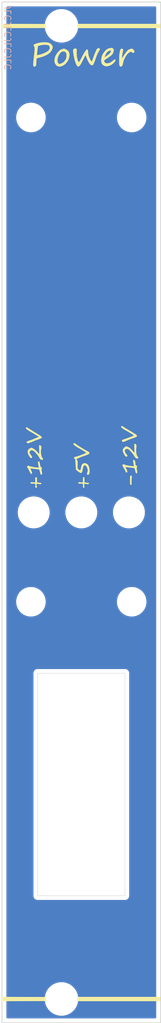
<source format=kicad_pcb>
(kicad_pcb (version 20171130) (host pcbnew "(5.1.10)-1")

  (general
    (thickness 1.6)
    (drawings 0)
    (tracks 0)
    (zones 0)
    (modules 10)
    (nets 1)
  )

  (page A4)
  (layers
    (0 F.Cu signal)
    (31 B.Cu signal)
    (32 B.Adhes user)
    (33 F.Adhes user)
    (34 B.Paste user)
    (35 F.Paste user)
    (36 B.SilkS user)
    (37 F.SilkS user)
    (38 B.Mask user)
    (39 F.Mask user)
    (40 Dwgs.User user hide)
    (41 Cmts.User user)
    (42 Eco1.User user)
    (43 Eco2.User user)
    (44 Edge.Cuts user)
    (45 Margin user)
    (46 B.CrtYd user)
    (47 F.CrtYd user)
    (48 B.Fab user)
    (49 F.Fab user)
  )

  (setup
    (last_trace_width 0.25)
    (trace_clearance 0.2)
    (zone_clearance 0.508)
    (zone_45_only no)
    (trace_min 0.2)
    (via_size 0.8)
    (via_drill 0.4)
    (via_min_size 0.4)
    (via_min_drill 0.3)
    (uvia_size 0.3)
    (uvia_drill 0.1)
    (uvias_allowed no)
    (uvia_min_size 0.2)
    (uvia_min_drill 0.1)
    (edge_width 0.05)
    (segment_width 0.2)
    (pcb_text_width 0.3)
    (pcb_text_size 1.5 1.5)
    (mod_edge_width 0.12)
    (mod_text_size 1 1)
    (mod_text_width 0.15)
    (pad_size 1.524 1.524)
    (pad_drill 0.762)
    (pad_to_mask_clearance 0)
    (aux_axis_origin 0 0)
    (visible_elements 7EFFFFFF)
    (pcbplotparams
      (layerselection 0x010f0_ffffffff)
      (usegerberextensions false)
      (usegerberattributes false)
      (usegerberadvancedattributes true)
      (creategerberjobfile false)
      (excludeedgelayer true)
      (linewidth 0.100000)
      (plotframeref false)
      (viasonmask false)
      (mode 1)
      (useauxorigin false)
      (hpglpennumber 1)
      (hpglpenspeed 20)
      (hpglpendiameter 15.000000)
      (psnegative false)
      (psa4output false)
      (plotreference true)
      (plotvalue true)
      (plotinvisibletext false)
      (padsonsilk false)
      (subtractmaskfromsilk false)
      (outputformat 1)
      (mirror false)
      (drillshape 0)
      (scaleselection 1)
      (outputdirectory "Gerber/"))
  )

  (net 0 "")

  (net_class Default "This is the default net class."
    (clearance 0.2)
    (trace_width 0.25)
    (via_dia 0.8)
    (via_drill 0.4)
    (uvia_dia 0.3)
    (uvia_drill 0.1)
  )

  (module "Power Module Front:KCD3" (layer F.Cu) (tedit 61344272) (tstamp 606A5080)
    (at 10 98.5)
    (fp_text reference REF** (at 6 0 90) (layer Dwgs.User) hide
      (effects (font (size 1 1) (thickness 0.15)))
    )
    (fp_text value KCD3 (at -6 0 90) (layer Dwgs.User) hide
      (effects (font (size 1 1) (thickness 0.15)))
    )
    (fp_line (start -5.5 -14) (end 5.5 -14) (layer Edge.Cuts) (width 0.05))
    (fp_line (start 5.5 -14) (end 5.5 14) (layer Edge.Cuts) (width 0.05))
    (fp_line (start 5.5 14) (end -5.5 14) (layer Edge.Cuts) (width 0.05))
    (fp_line (start -5.5 14) (end -5.5 -14) (layer Edge.Cuts) (width 0.05))
  )

  (module MountingHole:MountingHole_2.7mm (layer F.Cu) (tedit 56D1B4CB) (tstamp 606A5163)
    (at 16.35 75.5)
    (descr "Mounting Hole 2.7mm, no annular")
    (tags "mounting hole 2.7mm no annular")
    (attr virtual)
    (fp_text reference REF** (at 0 -3.7) (layer Dwgs.User) hide
      (effects (font (size 1 1) (thickness 0.15)))
    )
    (fp_text value MountingHole_2.7mm (at 0 3.7) (layer Dwgs.User) hide
      (effects (font (size 1 1) (thickness 0.15)))
    )
    (fp_circle (center 0 0) (end 2.7 0) (layer Cmts.User) (width 0.15))
    (fp_circle (center 0 0) (end 2.95 0) (layer F.CrtYd) (width 0.05))
    (fp_text user %R (at 0.3 0) (layer F.Fab)
      (effects (font (size 1 1) (thickness 0.15)))
    )
    (pad 1 np_thru_hole circle (at 0 0) (size 2.7 2.7) (drill 2.7) (layers *.Cu *.Mask))
  )

  (module MountingHole:MountingHole_2.7mm (layer F.Cu) (tedit 56D1B4CB) (tstamp 606A5155)
    (at 3.65 75.5)
    (descr "Mounting Hole 2.7mm, no annular")
    (tags "mounting hole 2.7mm no annular")
    (attr virtual)
    (fp_text reference REF** (at 0 -3.7) (layer Dwgs.User) hide
      (effects (font (size 1 1) (thickness 0.15)))
    )
    (fp_text value MountingHole_2.7mm (at 0 3.7) (layer Dwgs.User) hide
      (effects (font (size 1 1) (thickness 0.15)))
    )
    (fp_circle (center 0 0) (end 2.7 0) (layer Cmts.User) (width 0.15))
    (fp_circle (center 0 0) (end 2.95 0) (layer F.CrtYd) (width 0.05))
    (fp_text user %R (at 0.3 0) (layer F.Fab)
      (effects (font (size 1 1) (thickness 0.15)))
    )
    (pad 1 np_thru_hole circle (at 0 0) (size 2.7 2.7) (drill 2.7) (layers *.Cu *.Mask))
  )

  (module MountingHole:MountingHole_2.7mm (layer F.Cu) (tedit 56D1B4CB) (tstamp 606A5147)
    (at 16.35 14.54)
    (descr "Mounting Hole 2.7mm, no annular")
    (tags "mounting hole 2.7mm no annular")
    (attr virtual)
    (fp_text reference REF** (at 0 -3.7) (layer Dwgs.User) hide
      (effects (font (size 1 1) (thickness 0.15)))
    )
    (fp_text value MountingHole_2.7mm (at 0 3.7) (layer Dwgs.User) hide
      (effects (font (size 1 1) (thickness 0.15)))
    )
    (fp_circle (center 0 0) (end 2.7 0) (layer Cmts.User) (width 0.15))
    (fp_circle (center 0 0) (end 2.95 0) (layer F.CrtYd) (width 0.05))
    (fp_text user %R (at 0.3 0) (layer F.Fab)
      (effects (font (size 1 1) (thickness 0.15)))
    )
    (pad 1 np_thru_hole circle (at 0 0) (size 2.7 2.7) (drill 2.7) (layers *.Cu *.Mask))
  )

  (module MountingHole:MountingHole_2.7mm (layer F.Cu) (tedit 56D1B4CB) (tstamp 606A5110)
    (at 3.65 14.54)
    (descr "Mounting Hole 2.7mm, no annular")
    (tags "mounting hole 2.7mm no annular")
    (attr virtual)
    (fp_text reference REF** (at 0 -3.7) (layer Dwgs.User) hide
      (effects (font (size 1 1) (thickness 0.15)))
    )
    (fp_text value MountingHole_2.7mm (at 0 3.7) (layer Dwgs.User) hide
      (effects (font (size 1 1) (thickness 0.15)))
    )
    (fp_circle (center 0 0) (end 2.95 0) (layer F.CrtYd) (width 0.05))
    (fp_circle (center 0 0) (end 2.7 0) (layer Cmts.User) (width 0.15))
    (fp_text user %R (at 0.3 0) (layer F.Fab)
      (effects (font (size 1 1) (thickness 0.15)))
    )
    (pad 1 np_thru_hole circle (at 0 0) (size 2.7 2.7) (drill 2.7) (layers *.Cu *.Mask))
  )

  (module Frontpanels:LED_3mm (layer F.Cu) (tedit 5FEEF411) (tstamp 606A50E2)
    (at 16 64.25)
    (fp_text reference REF** (at 0 2.54) (layer F.SilkS) hide
      (effects (font (size 1 1) (thickness 0.15)))
    )
    (fp_text value LED_3mm (at 0 -2.54) (layer Dwgs.User) hide
      (effects (font (size 1 1) (thickness 0.15)))
    )
    (pad "" np_thru_hole circle (at 0 0) (size 3 3) (drill 3) (layers *.Cu *.Mask))
  )

  (module Frontpanels:LED_3mm (layer F.Cu) (tedit 5FEEF411) (tstamp 606A50DA)
    (at 10 64.25)
    (fp_text reference REF** (at 0 2.54) (layer F.SilkS) hide
      (effects (font (size 1 1) (thickness 0.15)))
    )
    (fp_text value LED_3mm (at 0 -2.54) (layer Dwgs.User) hide
      (effects (font (size 1 1) (thickness 0.15)))
    )
    (pad "" np_thru_hole circle (at 0 0) (size 3 3) (drill 3) (layers *.Cu *.Mask))
  )

  (module Frontpanels:LED_3mm (layer F.Cu) (tedit 5FEEF411) (tstamp 606A50BF)
    (at 4 64.25)
    (fp_text reference REF** (at 0 2.54) (layer F.SilkS) hide
      (effects (font (size 1 1) (thickness 0.15)))
    )
    (fp_text value LED_3mm (at 0 -2.54) (layer Dwgs.User) hide
      (effects (font (size 1 1) (thickness 0.15)))
    )
    (pad "" np_thru_hole circle (at 0 0) (size 3 3) (drill 3) (layers *.Cu *.Mask))
  )

  (module "Power Module Front:Front" (layer F.Cu) (tedit 6069EF9D) (tstamp 606A4EE4)
    (at 10 64.25)
    (fp_text reference G*** (at -26 0) (layer Dwgs.User) hide
      (effects (font (size 1.524 1.524) (thickness 0.3)))
    )
    (fp_text value LOGO (at 29.5 -5.5) (layer Dwgs.User) hide
      (effects (font (size 1.524 1.524) (thickness 0.3)))
    )
    (fp_poly (pts (xy 10.018889 -60.96) (xy -0.508 -60.96) (xy -0.508 -61.496222) (xy 10.018889 -61.496222)
      (xy 10.018889 -60.96)) (layer F.SilkS) (width 0.01))
    (fp_poly (pts (xy -7.231944 -61.489305) (xy -4.473222 -61.482111) (xy -4.473222 -60.974111) (xy -7.231944 -60.966916)
      (xy -9.990666 -60.959722) (xy -9.990666 -61.4965) (xy -7.231944 -61.489305)) (layer F.SilkS) (width 0.01))
    (fp_poly (pts (xy 3.85697 -58.468708) (xy 3.925879 -58.444369) (xy 3.951887 -58.42835) (xy 4.031466 -58.360517)
      (xy 4.077378 -58.283852) (xy 4.091101 -58.188243) (xy 4.074115 -58.063574) (xy 4.028786 -57.902485)
      (xy 3.991727 -57.79851) (xy 3.951294 -57.719967) (xy 3.894898 -57.648351) (xy 3.809949 -57.565157)
      (xy 3.781841 -57.539537) (xy 3.687167 -57.461314) (xy 3.559389 -57.365997) (xy 3.414215 -57.264835)
      (xy 3.267355 -57.169077) (xy 3.245556 -57.155506) (xy 3.093336 -57.059156) (xy 2.985544 -56.98315)
      (xy 2.917204 -56.920539) (xy 2.88334 -56.864369) (xy 2.878975 -56.807689) (xy 2.899132 -56.743548)
      (xy 2.919894 -56.700584) (xy 2.977749 -56.613472) (xy 3.05025 -56.560097) (xy 3.149813 -56.535239)
      (xy 3.288855 -56.533677) (xy 3.31346 -56.535102) (xy 3.429303 -56.548395) (xy 3.53502 -56.575922)
      (xy 3.641439 -56.623127) (xy 3.759384 -56.695456) (xy 3.899684 -56.798352) (xy 4.008581 -56.88468)
      (xy 4.121785 -56.971435) (xy 4.201681 -57.019873) (xy 4.254448 -57.03201) (xy 4.286266 -57.009861)
      (xy 4.298347 -56.979167) (xy 4.295378 -56.886644) (xy 4.248545 -56.778224) (xy 4.16535 -56.661414)
      (xy 4.053296 -56.543716) (xy 3.919885 -56.432635) (xy 3.772619 -56.335675) (xy 3.618999 -56.26034)
      (xy 3.557257 -56.237878) (xy 3.395648 -56.188793) (xy 3.271663 -56.160587) (xy 3.17118 -56.151596)
      (xy 3.080077 -56.160156) (xy 3.018928 -56.174417) (xy 2.865106 -56.235105) (xy 2.728984 -56.322927)
      (xy 2.626182 -56.426709) (xy 2.593245 -56.478937) (xy 2.53735 -56.611962) (xy 2.507594 -56.748547)
      (xy 2.502942 -56.902542) (xy 2.522356 -57.087799) (xy 2.539891 -57.191736) (xy 2.561458 -57.300323)
      (xy 2.935111 -57.300323) (xy 2.955795 -57.307055) (xy 3.011178 -57.341063) (xy 3.091255 -57.395161)
      (xy 3.186022 -57.462164) (xy 3.285473 -57.534886) (xy 3.379604 -57.606141) (xy 3.458411 -57.668744)
      (xy 3.508027 -57.711809) (xy 3.595061 -57.80583) (xy 3.667478 -57.905706) (xy 3.717717 -57.998632)
      (xy 3.738215 -58.0718) (xy 3.735152 -58.096453) (xy 3.70954 -58.127017) (xy 3.655446 -58.134076)
      (xy 3.606199 -58.12923) (xy 3.46417 -58.084494) (xy 3.326731 -57.994446) (xy 3.20884 -57.869257)
      (xy 3.194683 -57.849412) (xy 3.15586 -57.78489) (xy 3.106699 -57.692176) (xy 3.053826 -57.585283)
      (xy 3.003864 -57.478226) (xy 2.963438 -57.385016) (xy 2.939172 -57.319667) (xy 2.935111 -57.300323)
      (xy 2.561458 -57.300323) (xy 2.569357 -57.340087) (xy 2.599472 -57.453495) (xy 2.638072 -57.553)
      (xy 2.692991 -57.659645) (xy 2.751674 -57.760443) (xy 2.903279 -57.983987) (xy 3.068015 -58.165331)
      (xy 3.092763 -58.188154) (xy 3.19506 -58.276062) (xy 3.280083 -58.334714) (xy 3.369114 -58.376079)
      (xy 3.483436 -58.412124) (xy 3.49842 -58.416264) (xy 3.65474 -58.454962) (xy 3.770424 -58.472341)
      (xy 3.85697 -58.468708)) (layer F.SilkS) (width 0.01))
    (fp_poly (pts (xy 5.197149 -58.347241) (xy 5.251353 -58.313307) (xy 5.273125 -58.272926) (xy 5.272622 -58.203731)
      (xy 5.270803 -58.185059) (xy 5.255412 -58.078793) (xy 5.232533 -57.964016) (xy 5.226825 -57.940222)
      (xy 5.190045 -57.772234) (xy 5.16169 -57.600501) (xy 5.144115 -57.442796) (xy 5.139676 -57.316892)
      (xy 5.140929 -57.292026) (xy 5.150556 -57.165942) (xy 5.281708 -57.390804) (xy 5.404495 -57.58717)
      (xy 5.546783 -57.791971) (xy 5.69372 -57.984707) (xy 5.818964 -58.132344) (xy 5.916668 -58.218949)
      (xy 6.041126 -58.286842) (xy 6.116361 -58.316466) (xy 6.253931 -58.358869) (xy 6.358675 -58.369801)
      (xy 6.446032 -58.347054) (xy 6.531445 -58.288421) (xy 6.571715 -58.251338) (xy 6.66363 -58.139428)
      (xy 6.699901 -58.035897) (xy 6.68064 -57.940331) (xy 6.663226 -57.912) (xy 6.59563 -57.848301)
      (xy 6.518024 -57.836006) (xy 6.425201 -57.875161) (xy 6.370805 -57.914567) (xy 6.256406 -58.0065)
      (xy 6.112703 -57.930205) (xy 5.971035 -57.843643) (xy 5.85071 -57.741551) (xy 5.736528 -57.609604)
      (xy 5.660388 -57.503945) (xy 5.4751 -57.194051) (xy 5.342293 -56.883328) (xy 5.263673 -56.575799)
      (xy 5.261695 -56.563718) (xy 5.238538 -56.430943) (xy 5.216317 -56.339777) (xy 5.189788 -56.275724)
      (xy 5.153706 -56.22429) (xy 5.129217 -56.1975) (xy 5.041219 -56.127125) (xy 4.961514 -56.110912)
      (xy 4.884004 -56.148444) (xy 4.852086 -56.178585) (xy 4.829376 -56.204407) (xy 4.812199 -56.232305)
      (xy 4.799627 -56.270246) (xy 4.790733 -56.326196) (xy 4.78459 -56.408121) (xy 4.780269 -56.523989)
      (xy 4.776843 -56.681766) (xy 4.774037 -56.848863) (xy 4.772249 -57.096151) (xy 4.775089 -57.313785)
      (xy 4.782317 -57.49369) (xy 4.793696 -57.627791) (xy 4.797902 -57.658) (xy 4.817876 -57.789545)
      (xy 4.837104 -57.924949) (xy 4.850431 -58.026994) (xy 4.884302 -58.178805) (xy 4.941716 -58.289836)
      (xy 5.018397 -58.356139) (xy 5.110072 -58.373766) (xy 5.197149 -58.347241)) (layer F.SilkS) (width 0.01))
    (fp_poly (pts (xy 2.207358 -58.434746) (xy 2.282202 -58.40124) (xy 2.332342 -58.3469) (xy 2.342445 -58.307773)
      (xy 2.32838 -58.26289) (xy 2.290181 -58.182108) (xy 2.23384 -58.077259) (xy 2.171834 -57.970871)
      (xy 2.085072 -57.81757) (xy 2.008591 -57.65898) (xy 1.935253 -57.478858) (xy 1.857916 -57.26096)
      (xy 1.85182 -57.242836) (xy 1.778571 -57.031117) (xy 1.70574 -56.833019) (xy 1.636277 -56.65563)
      (xy 1.573133 -56.506037) (xy 1.519256 -56.391327) (xy 1.477598 -56.318586) (xy 1.458071 -56.296908)
      (xy 1.398427 -56.28582) (xy 1.311574 -56.298717) (xy 1.218731 -56.330588) (xy 1.14978 -56.369716)
      (xy 1.064729 -56.454764) (xy 0.969915 -56.589505) (xy 0.868458 -56.768678) (xy 0.763474 -56.98702)
      (xy 0.708441 -57.114491) (xy 0.65498 -57.244805) (xy 0.610507 -57.357104) (xy 0.579109 -57.440777)
      (xy 0.564873 -57.48521) (xy 0.564445 -57.488435) (xy 0.54766 -57.515162) (xy 0.509281 -57.503501)
      (xy 0.484349 -57.480063) (xy 0.463288 -57.444899) (xy 0.421314 -57.366922) (xy 0.362477 -57.253942)
      (xy 0.290826 -57.113773) (xy 0.210408 -56.954225) (xy 0.172599 -56.878512) (xy 0.070232 -56.675745)
      (xy -0.013054 -56.517795) (xy -0.081234 -56.397956) (xy -0.138281 -56.309525) (xy -0.188168 -56.245794)
      (xy -0.223708 -56.209782) (xy -0.315106 -56.137723) (xy -0.386758 -56.111117) (xy -0.450827 -56.128856)
      (xy -0.513527 -56.183389) (xy -0.591348 -56.292534) (xy -0.669801 -56.450788) (xy -0.746743 -56.650884)
      (xy -0.820031 -56.885555) (xy -0.88752 -57.147533) (xy -0.947067 -57.429551) (xy -0.996529 -57.724343)
      (xy -1.020025 -57.900585) (xy -1.034978 -58.030123) (xy -1.041771 -58.117166) (xy -1.039308 -58.175219)
      (xy -1.026492 -58.217786) (xy -1.002225 -58.258373) (xy -0.989486 -58.276489) (xy -0.898531 -58.368403)
      (xy -0.797948 -58.407274) (xy -0.693894 -58.392077) (xy -0.611268 -58.339411) (xy -0.587382 -58.312477)
      (xy -0.573753 -58.275261) (xy -0.569127 -58.21549) (xy -0.572251 -58.120892) (xy -0.578804 -58.021414)
      (xy -0.584497 -57.822488) (xy -0.575832 -57.610169) (xy -0.554626 -57.396262) (xy -0.522696 -57.192571)
      (xy -0.48186 -57.0109) (xy -0.433934 -56.863053) (xy -0.385885 -56.76814) (xy -0.320035 -56.671234)
      (xy -0.247984 -56.748339) (xy -0.211284 -56.799124) (xy -0.155798 -56.890341) (xy -0.087408 -57.011654)
      (xy -0.011996 -57.152728) (xy 0.0411 -57.256274) (xy 0.138723 -57.443703) (xy 0.240352 -57.627546)
      (xy 0.341701 -57.801079) (xy 0.438487 -57.95758) (xy 0.526424 -58.090326) (xy 0.601228 -58.192592)
      (xy 0.658613 -58.257657) (xy 0.692826 -58.278889) (xy 0.754152 -58.272306) (xy 0.796877 -58.246565)
      (xy 0.825419 -58.192672) (xy 0.8442 -58.101636) (xy 0.857637 -57.964466) (xy 0.859423 -57.939958)
      (xy 0.874024 -57.792978) (xy 0.895823 -57.643079) (xy 0.921018 -57.514801) (xy 0.931639 -57.473486)
      (xy 0.975132 -57.342575) (xy 1.030856 -57.205422) (xy 1.09339 -57.07226) (xy 1.157311 -56.953325)
      (xy 1.217197 -56.858852) (xy 1.267625 -56.799074) (xy 1.2974 -56.783111) (xy 1.323803 -56.806313)
      (xy 1.360963 -56.863565) (xy 1.399109 -56.936337) (xy 1.428471 -57.006099) (xy 1.439334 -57.052322)
      (xy 1.449418 -57.092263) (xy 1.477648 -57.176221) (xy 1.520986 -57.295891) (xy 1.576395 -57.442971)
      (xy 1.640838 -57.609158) (xy 1.670194 -57.683479) (xy 1.75853 -57.901878) (xy 1.832124 -58.072962)
      (xy 1.894647 -58.202773) (xy 1.949771 -58.297353) (xy 2.001166 -58.362742) (xy 2.052506 -58.404983)
      (xy 2.10746 -58.430118) (xy 2.127367 -58.435777) (xy 2.207358 -58.434746)) (layer F.SilkS) (width 0.01))
    (fp_poly (pts (xy -2.014594 -58.323063) (xy -1.819046 -58.22825) (xy -1.670027 -58.103007) (xy -1.568555 -57.948218)
      (xy -1.558966 -57.926111) (xy -1.510788 -57.788149) (xy -1.487676 -57.659237) (xy -1.489179 -57.522524)
      (xy -1.514847 -57.361162) (xy -1.540843 -57.248777) (xy -1.581982 -57.098257) (xy -1.625596 -56.979795)
      (xy -1.682255 -56.869593) (xy -1.762533 -56.74385) (xy -1.770105 -56.732681) (xy -1.952015 -56.505224)
      (xy -2.152481 -56.330868) (xy -2.37199 -56.209239) (xy -2.519128 -56.159816) (xy -2.63658 -56.130354)
      (xy -2.71831 -56.115019) (xy -2.783051 -56.113076) (xy -2.849534 -56.12379) (xy -2.926991 -56.143826)
      (xy -3.063222 -56.208195) (xy -3.186207 -56.316592) (xy -3.287357 -56.456795) (xy -3.358084 -56.616581)
      (xy -3.3898 -56.783727) (xy -3.390574 -56.803599) (xy -3.387739 -56.862769) (xy -3.005108 -56.862769)
      (xy -2.990043 -56.744099) (xy -2.950863 -56.632634) (xy -2.89337 -56.536696) (xy -2.827574 -56.469546)
      (xy -2.763858 -56.444444) (xy -2.714844 -56.453947) (xy -2.63088 -56.478949) (xy -2.529501 -56.514192)
      (xy -2.522193 -56.516911) (xy -2.334569 -56.609697) (xy -2.175891 -56.739914) (xy -2.03788 -56.915082)
      (xy -1.981937 -57.00768) (xy -1.930381 -57.105128) (xy -1.898373 -57.186882) (xy -1.880204 -57.274498)
      (xy -1.870169 -57.389529) (xy -1.867547 -57.439742) (xy -1.868809 -57.627889) (xy -1.894713 -57.771875)
      (xy -1.947912 -57.879521) (xy -2.031055 -57.958651) (xy -2.04689 -57.968926) (xy -2.168481 -58.014328)
      (xy -2.309928 -58.021197) (xy -2.449429 -57.989083) (xy -2.475599 -57.977743) (xy -2.592712 -57.895268)
      (xy -2.704038 -57.76792) (xy -2.804756 -57.60726) (xy -2.890044 -57.424853) (xy -2.95508 -57.23226)
      (xy -2.995042 -57.041044) (xy -3.005108 -56.862769) (xy -3.387739 -56.862769) (xy -3.386129 -56.896344)
      (xy -3.371714 -57.020299) (xy -3.350217 -57.151712) (xy -3.345035 -57.178222) (xy -3.312838 -57.313981)
      (xy -3.272022 -57.428917) (xy -3.213003 -57.546073) (xy -3.145541 -57.658) (xy -3.05583 -57.78831)
      (xy -2.94963 -57.924588) (xy -2.845881 -58.042944) (xy -2.816643 -58.072788) (xy -2.718731 -58.164463)
      (xy -2.636503 -58.226283) (xy -2.548836 -58.271183) (xy -2.434603 -58.3121) (xy -2.416336 -58.317916)
      (xy -2.193894 -58.388145) (xy -2.014594 -58.323063)) (layer F.SilkS) (width 0.01))
    (fp_poly (pts (xy -4.340798 -59.164478) (xy -4.141145 -59.125625) (xy -4.131655 -59.122864) (xy -4.012277 -59.083047)
      (xy -3.925529 -59.039505) (xy -3.848501 -58.978456) (xy -3.78422 -58.913832) (xy -3.680441 -58.790829)
      (xy -3.621601 -58.680692) (xy -3.604114 -58.567461) (xy -3.624388 -58.435177) (xy -3.654388 -58.33648)
      (xy -3.756844 -58.117059) (xy -3.908074 -57.92042) (xy -4.110291 -57.743895) (xy -4.193707 -57.686249)
      (xy -4.42369 -57.554724) (xy -4.688058 -57.434364) (xy -4.964796 -57.334131) (xy -5.231888 -57.262987)
      (xy -5.235222 -57.262288) (xy -5.397491 -57.223789) (xy -5.525523 -57.183921) (xy -5.611791 -57.145389)
      (xy -5.647512 -57.114071) (xy -5.649685 -57.085185) (xy -5.653662 -57.009727) (xy -5.658968 -56.897525)
      (xy -5.665131 -56.758407) (xy -5.668678 -56.674826) (xy -5.675855 -56.509947) (xy -5.682617 -56.39183)
      (xy -5.690838 -56.310842) (xy -5.702388 -56.257348) (xy -5.719137 -56.221712) (xy -5.742958 -56.194301)
      (xy -5.765962 -56.173882) (xy -5.851121 -56.121909) (xy -5.933285 -56.107407) (xy -5.996585 -56.13256)
      (xy -6.004423 -56.141055) (xy -6.029611 -56.176562) (xy -6.048774 -56.216605) (xy -6.061783 -56.267051)
      (xy -6.068506 -56.333767) (xy -6.068813 -56.422617) (xy -6.062575 -56.539469) (xy -6.04966 -56.690189)
      (xy -6.029938 -56.880642) (xy -6.003279 -57.116696) (xy -5.977915 -57.333444) (xy -5.953398 -57.549901)
      (xy -5.947467 -57.606709) (xy -5.588403 -57.606709) (xy -5.577239 -57.558873) (xy -5.538803 -57.555322)
      (xy -5.538611 -57.555376) (xy -5.485127 -57.568281) (xy -5.397652 -57.587165) (xy -5.319889 -57.60299)
      (xy -5.105117 -57.656789) (xy -4.879003 -57.733051) (xy -4.655222 -57.825631) (xy -4.447453 -57.928385)
      (xy -4.26937 -58.035167) (xy -4.14381 -58.131412) (xy -4.053256 -58.241185) (xy -3.997849 -58.367313)
      (xy -3.977945 -58.497741) (xy -3.993903 -58.620413) (xy -4.046079 -58.723276) (xy -4.12431 -58.788957)
      (xy -4.180275 -58.808913) (xy -4.272427 -58.831992) (xy -4.381085 -58.853281) (xy -4.383918 -58.853761)
      (xy -4.58782 -58.868967) (xy -4.826928 -58.853894) (xy -5.089589 -58.809729) (xy -5.280135 -58.762446)
      (xy -5.461 -58.711694) (xy -5.481068 -58.587014) (xy -5.493274 -58.501802) (xy -5.50854 -58.381478)
      (xy -5.525502 -58.238482) (xy -5.5428 -58.085254) (xy -5.55907 -57.934234) (xy -5.572952 -57.79786)
      (xy -5.583083 -57.688574) (xy -5.588101 -57.618815) (xy -5.588403 -57.606709) (xy -5.947467 -57.606709)
      (xy -5.931283 -57.761708) (xy -5.912537 -57.958257) (xy -5.898127 -58.128944) (xy -5.889018 -58.26316)
      (xy -5.886172 -58.340041) (xy -5.886912 -58.462487) (xy -5.89328 -58.543126) (xy -5.908151 -58.596525)
      (xy -5.934404 -58.637255) (xy -5.947833 -58.652304) (xy -5.99314 -58.723207) (xy -6.011333 -58.795113)
      (xy -6.003885 -58.843231) (xy -5.976378 -58.884165) (xy -5.921066 -58.922668) (xy -5.830202 -58.963493)
      (xy -5.696042 -59.011394) (xy -5.616222 -59.037576) (xy -5.370161 -59.103137) (xy -5.105795 -59.149401)
      (xy -4.836917 -59.175574) (xy -4.57732 -59.180864) (xy -4.340798 -59.164478)) (layer F.SilkS) (width 0.01))
    (fp_poly (pts (xy 5.142636 -10.863161) (xy 5.233636 -10.819176) (xy 5.35923 -10.742933) (xy 5.433786 -10.69425)
      (xy 5.578234 -10.601028) (xy 5.750998 -10.493349) (xy 5.931038 -10.384137) (xy 6.097311 -10.286316)
      (xy 6.10728 -10.28058) (xy 6.247571 -10.199161) (xy 6.379952 -10.120837) (xy 6.492134 -10.05298)
      (xy 6.571828 -10.002967) (xy 6.589889 -9.990962) (xy 6.690785 -9.92697) (xy 6.800216 -9.86461)
      (xy 6.824857 -9.851755) (xy 6.920492 -9.786115) (xy 6.984781 -9.707876) (xy 7.012067 -9.628428)
      (xy 6.996691 -9.559163) (xy 6.98006 -9.539319) (xy 6.929511 -9.508115) (xy 6.836743 -9.465094)
      (xy 6.713527 -9.414911) (xy 6.571631 -9.36222) (xy 6.422825 -9.311675) (xy 6.335889 -9.284547)
      (xy 6.254379 -9.256469) (xy 6.143677 -9.213724) (xy 6.026006 -9.164936) (xy 6.011334 -9.15859)
      (xy 5.786244 -9.061409) (xy 5.599014 -8.982073) (xy 5.452769 -8.921859) (xy 5.350637 -8.882048)
      (xy 5.295745 -8.863919) (xy 5.288627 -8.862907) (xy 5.247934 -8.87612) (xy 5.185834 -8.906142)
      (xy 5.121702 -8.964192) (xy 5.108222 -9.017327) (xy 5.12912 -9.074219) (xy 5.194211 -9.128561)
      (xy 5.307097 -9.182345) (xy 5.471376 -9.237561) (xy 5.544005 -9.258231) (xy 5.629308 -9.284941)
      (xy 5.750948 -9.327357) (xy 5.897194 -9.380939) (xy 6.056318 -9.441151) (xy 6.216588 -9.503454)
      (xy 6.366275 -9.563312) (xy 6.493649 -9.616186) (xy 6.586981 -9.657539) (xy 6.623076 -9.675664)
      (xy 6.61084 -9.695054) (xy 6.55697 -9.73778) (xy 6.468873 -9.799233) (xy 6.353952 -9.874802)
      (xy 6.219615 -9.959874) (xy 6.073266 -10.049839) (xy 5.922311 -10.140086) (xy 5.774156 -10.226003)
      (xy 5.636205 -10.30298) (xy 5.515866 -10.366406) (xy 5.504792 -10.371973) (xy 5.385405 -10.438618)
      (xy 5.264185 -10.517924) (xy 5.154797 -10.599797) (xy 5.070906 -10.674145) (xy 5.031069 -10.721854)
      (xy 5.009842 -10.783516) (xy 5.012509 -10.821032) (xy 5.038542 -10.862142) (xy 5.079761 -10.876834)
      (xy 5.142636 -10.863161)) (layer F.SilkS) (width 0.01))
    (fp_poly (pts (xy -6.857104 -10.709789) (xy -6.790154 -10.669496) (xy -6.693862 -10.609077) (xy -6.577093 -10.53404)
      (xy -6.52707 -10.501449) (xy -6.37477 -10.403145) (xy -6.193953 -10.288458) (xy -6.004573 -10.169935)
      (xy -5.826581 -10.06012) (xy -5.781218 -10.032469) (xy -5.630769 -9.94093) (xy -5.48284 -9.850687)
      (xy -5.350381 -9.769657) (xy -5.246344 -9.705756) (xy -5.207 -9.681444) (xy -5.097073 -9.602078)
      (xy -5.018615 -9.522659) (xy -4.978139 -9.451396) (xy -4.981624 -9.397349) (xy -5.025297 -9.360557)
      (xy -5.112764 -9.31262) (xy -5.233655 -9.258275) (xy -5.377599 -9.202255) (xy -5.503333 -9.159111)
      (xy -5.641813 -9.111769) (xy -5.787275 -9.057823) (xy -5.911359 -9.007851) (xy -5.926666 -9.001224)
      (xy -6.02068 -8.961187) (xy -6.138176 -8.912906) (xy -6.268079 -8.860715) (xy -6.399315 -8.808951)
      (xy -6.520807 -8.761946) (xy -6.621482 -8.724038) (xy -6.690264 -8.69956) (xy -6.71526 -8.69255)
      (xy -6.747281 -8.705986) (xy -6.80707 -8.739197) (xy -6.824646 -8.749749) (xy -6.892461 -8.808307)
      (xy -6.905215 -8.865132) (xy -6.862804 -8.916276) (xy -6.829578 -8.934626) (xy -6.770924 -8.958051)
      (xy -6.675708 -8.992298) (xy -6.561203 -9.031223) (xy -6.519333 -9.044956) (xy -6.419029 -9.079737)
      (xy -6.290249 -9.127664) (xy -6.142528 -9.184829) (xy -5.985404 -9.247326) (xy -5.828414 -9.311249)
      (xy -5.681093 -9.372691) (xy -5.552979 -9.427747) (xy -5.453608 -9.472509) (xy -5.392517 -9.503073)
      (xy -5.379095 -9.512007) (xy -5.38309 -9.538593) (xy -5.431196 -9.570101) (xy -5.43554 -9.572034)
      (xy -5.493682 -9.602681) (xy -5.584063 -9.656416) (xy -5.692298 -9.724511) (xy -5.763187 -9.770861)
      (xy -5.891978 -9.853055) (xy -6.048778 -9.948161) (xy -6.21154 -10.043013) (xy -6.327632 -10.107906)
      (xy -6.557871 -10.238805) (xy -6.736721 -10.352511) (xy -6.866097 -10.450392) (xy -6.947913 -10.53382)
      (xy -6.97012 -10.567749) (xy -6.995577 -10.624831) (xy -6.988057 -10.658797) (xy -6.957671 -10.684948)
      (xy -6.908788 -10.715783) (xy -6.885847 -10.724444) (xy -6.857104 -10.709789)) (layer F.SilkS) (width 0.01))
    (fp_poly (pts (xy 6.812389 -8.61933) (xy 6.878138 -8.568332) (xy 6.928426 -8.484995) (xy 6.957159 -8.381325)
      (xy 6.958244 -8.269327) (xy 6.946463 -8.213781) (xy 6.932929 -8.141874) (xy 6.921337 -8.031815)
      (xy 6.913374 -7.901897) (xy 6.91121 -7.831666) (xy 6.917191 -7.599892) (xy 6.943303 -7.39467)
      (xy 6.987753 -7.223977) (xy 7.04875 -7.095793) (xy 7.087345 -7.047646) (xy 7.150975 -6.959722)
      (xy 7.168445 -6.86994) (xy 7.167096 -6.817154) (xy 7.15474 -6.788804) (xy 7.118916 -6.779859)
      (xy 7.047159 -6.78529) (xy 6.979393 -6.793641) (xy 6.884321 -6.832529) (xy 6.786339 -6.923455)
      (xy 6.689252 -7.062415) (xy 6.642404 -7.148319) (xy 6.587161 -7.239157) (xy 6.502673 -7.356509)
      (xy 6.399638 -7.487535) (xy 6.288749 -7.619392) (xy 6.180702 -7.739239) (xy 6.086193 -7.834232)
      (xy 6.033803 -7.879076) (xy 5.893313 -7.963387) (xy 5.763063 -7.999055) (xy 5.648323 -7.985887)
      (xy 5.554363 -7.923687) (xy 5.532547 -7.897527) (xy 5.492347 -7.828156) (xy 5.483146 -7.756073)
      (xy 5.490323 -7.69581) (xy 5.512344 -7.594122) (xy 5.546345 -7.512293) (xy 5.603023 -7.430168)
      (xy 5.675717 -7.346501) (xy 5.751668 -7.249276) (xy 5.798288 -7.160173) (xy 5.811032 -7.090111)
      (xy 5.796189 -7.057133) (xy 5.717533 -7.018045) (xy 5.63171 -7.022785) (xy 5.568416 -7.063175)
      (xy 5.462501 -7.201185) (xy 5.363777 -7.365529) (xy 5.285719 -7.532097) (xy 5.253299 -7.627033)
      (xy 5.226821 -7.73238) (xy 5.218012 -7.805842) (xy 5.225972 -7.868836) (xy 5.241066 -7.918247)
      (xy 5.310159 -8.047188) (xy 5.418622 -8.168089) (xy 5.550209 -8.263279) (xy 5.566073 -8.27177)
      (xy 5.671146 -8.325926) (xy 5.862406 -8.249797) (xy 5.968141 -8.201862) (xy 6.061871 -8.143597)
      (xy 6.159773 -8.063444) (xy 6.267535 -7.960333) (xy 6.370386 -7.855708) (xy 6.470934 -7.749955)
      (xy 6.554297 -7.658877) (xy 6.588071 -7.62) (xy 6.694739 -7.493) (xy 6.682725 -8.051139)
      (xy 6.670711 -8.609279) (xy 6.73727 -8.625984) (xy 6.812389 -8.61933)) (layer F.SilkS) (width 0.01))
    (fp_poly (pts (xy -5.18282 -8.449629) (xy -5.119483 -8.397739) (xy -5.069098 -8.314388) (xy -5.037302 -8.212056)
      (xy -5.029731 -8.103222) (xy -5.049673 -8.00631) (xy -5.082504 -7.876437) (xy -5.096793 -7.71852)
      (xy -5.094246 -7.544359) (xy -5.076573 -7.365751) (xy -5.045481 -7.194496) (xy -5.002679 -7.042393)
      (xy -4.949875 -6.921239) (xy -4.888776 -6.842835) (xy -4.880296 -6.836385) (xy -4.836949 -6.781909)
      (xy -4.831469 -6.707122) (xy -4.846516 -6.642806) (xy -4.884021 -6.617197) (xy -4.910666 -6.613807)
      (xy -4.995327 -6.617586) (xy -5.055172 -6.627918) (xy -5.143899 -6.677357) (xy -5.236508 -6.781815)
      (xy -5.331964 -6.940081) (xy -5.347719 -6.970889) (xy -5.401564 -7.068181) (xy -5.458156 -7.154848)
      (xy -5.49151 -7.196666) (xy -5.540706 -7.251513) (xy -5.612426 -7.334222) (xy -5.693183 -7.429195)
      (xy -5.713962 -7.453931) (xy -5.8656 -7.61724) (xy -6.006696 -7.730882) (xy -6.142977 -7.799238)
      (xy -6.180666 -7.810757) (xy -6.299158 -7.821725) (xy -6.396643 -7.783613) (xy -6.478577 -7.693596)
      (xy -6.509157 -7.640612) (xy -6.531086 -7.58759) (xy -6.531371 -7.537962) (xy -6.508173 -7.469456)
      (xy -6.491892 -7.431747) (xy -6.437545 -7.333485) (xy -6.36338 -7.228508) (xy -6.321512 -7.178999)
      (xy -6.249782 -7.09064) (xy -6.215493 -7.016644) (xy -6.208889 -6.960468) (xy -6.216612 -6.891197)
      (xy -6.248349 -6.857127) (xy -6.282144 -6.845733) (xy -6.330551 -6.838934) (xy -6.373423 -6.850526)
      (xy -6.419611 -6.887741) (xy -6.477967 -6.957809) (xy -6.557345 -7.067962) (xy -6.561552 -7.073976)
      (xy -6.651121 -7.225793) (xy -6.718511 -7.387525) (xy -6.758556 -7.543185) (xy -6.766092 -7.67679)
      (xy -6.763377 -7.698642) (xy -6.711598 -7.849414) (xy -6.609691 -7.974758) (xy -6.469501 -8.068265)
      (xy -6.312663 -8.147571) (xy -6.127258 -8.074286) (xy -5.971283 -7.990901) (xy -5.797824 -7.856871)
      (xy -5.606016 -7.671452) (xy -5.421019 -7.464777) (xy -5.30131 -7.323666) (xy -5.312522 -7.881806)
      (xy -5.323734 -8.439945) (xy -5.253475 -8.457579) (xy -5.18282 -8.449629)) (layer F.SilkS) (width 0.01))
    (fp_poly (pts (xy 6.695892 -6.575306) (xy 6.750654 -6.495243) (xy 6.791535 -6.365044) (xy 6.815446 -6.205949)
      (xy 6.829639 -6.070941) (xy 6.84305 -5.982463) (xy 6.859239 -5.930768) (xy 6.881769 -5.90611)
      (xy 6.914201 -5.898742) (xy 6.927815 -5.898444) (xy 6.976777 -5.888058) (xy 7.003744 -5.846544)
      (xy 7.015507 -5.797414) (xy 7.017886 -5.690258) (xy 6.998657 -5.629485) (xy 6.979293 -5.57522)
      (xy 6.979498 -5.507833) (xy 6.997746 -5.413015) (xy 7.03262 -5.238093) (xy 7.048314 -5.09768)
      (xy 7.044422 -4.998236) (xy 7.026657 -4.952184) (xy 6.969964 -4.913813) (xy 6.912173 -4.931249)
      (xy 6.87218 -4.977156) (xy 6.845803 -5.036838) (xy 6.816469 -5.132867) (xy 6.790001 -5.245835)
      (xy 6.78705 -5.260885) (xy 6.755594 -5.407647) (xy 6.725349 -5.505809) (xy 6.692844 -5.563022)
      (xy 6.65461 -5.586935) (xy 6.638285 -5.588875) (xy 6.595737 -5.592523) (xy 6.50706 -5.602123)
      (xy 6.382122 -5.616537) (xy 6.230793 -5.63463) (xy 6.074834 -5.653784) (xy 5.911981 -5.673713)
      (xy 5.770311 -5.690441) (xy 5.658562 -5.702988) (xy 5.585474 -5.710371) (xy 5.559778 -5.711644)
      (xy 5.57188 -5.685631) (xy 5.604271 -5.621209) (xy 5.651079 -5.529985) (xy 5.676126 -5.481659)
      (xy 5.743222 -5.337968) (xy 5.784602 -5.217113) (xy 5.79607 -5.147757) (xy 5.794702 -5.076127)
      (xy 5.775772 -5.04301) (xy 5.726529 -5.03068) (xy 5.710657 -5.029025) (xy 5.651226 -5.029048)
      (xy 5.617172 -5.05385) (xy 5.590575 -5.117781) (xy 5.587341 -5.127803) (xy 5.554056 -5.208435)
      (xy 5.501352 -5.31197) (xy 5.447553 -5.404555) (xy 5.363056 -5.546501) (xy 5.28592 -5.68759)
      (xy 5.223745 -5.813168) (xy 5.184131 -5.90858) (xy 5.180655 -5.91922) (xy 5.176278 -5.964952)
      (xy 5.205514 -5.999656) (xy 5.261757 -6.030323) (xy 5.328759 -6.059164) (xy 5.366092 -6.061542)
      (xy 5.393737 -6.037848) (xy 5.397591 -6.032964) (xy 5.440113 -6.008746) (xy 5.528131 -5.979516)
      (xy 5.65116 -5.947464) (xy 5.798713 -5.914781) (xy 5.960304 -5.883656) (xy 6.125446 -5.85628)
      (xy 6.283654 -5.834844) (xy 6.402146 -5.823136) (xy 6.639938 -5.804857) (xy 6.625629 -5.886929)
      (xy 6.58925 -6.095821) (xy 6.561754 -6.255902) (xy 6.542396 -6.373977) (xy 6.530429 -6.456851)
      (xy 6.525107 -6.511331) (xy 6.525683 -6.54422) (xy 6.531413 -6.562326) (xy 6.541549 -6.572453)
      (xy 6.549877 -6.577809) (xy 6.628537 -6.60343) (xy 6.695892 -6.575306)) (layer F.SilkS) (width 0.01))
    (fp_poly (pts (xy -5.327291 -6.40414) (xy -5.300383 -6.390085) (xy -5.280297 -6.353564) (xy -5.261349 -6.283861)
      (xy -5.237856 -6.170262) (xy -5.235718 -6.1595) (xy -5.202733 -5.998952) (xy -5.175382 -5.884357)
      (xy -5.149826 -5.806024) (xy -5.122222 -5.75426) (xy -5.08873 -5.719376) (xy -5.051694 -5.695146)
      (xy -4.984062 -5.629569) (xy -4.966316 -5.544078) (xy -4.999806 -5.450214) (xy -5.016771 -5.400859)
      (xy -5.013541 -5.328212) (xy -4.997154 -5.245986) (xy -4.961963 -5.069423) (xy -4.946129 -4.928275)
      (xy -4.95004 -4.828671) (xy -4.967788 -4.782851) (xy -5.024705 -4.744456) (xy -5.082343 -4.761647)
      (xy -5.119771 -4.804833) (xy -5.15709 -4.881285) (xy -5.179971 -4.953) (xy -5.198037 -5.024709)
      (xy -5.225921 -5.12663) (xy -5.253139 -5.221427) (xy -5.307181 -5.405187) (xy -5.858767 -5.47112)
      (xy -6.02843 -5.490869) (xy -6.17794 -5.50726) (xy -6.298648 -5.519428) (xy -6.381904 -5.526508)
      (xy -6.419058 -5.527634) (xy -6.420109 -5.527249) (xy -6.413231 -5.499211) (xy -6.386262 -5.433603)
      (xy -6.344569 -5.343228) (xy -6.332654 -5.318633) (xy -6.259554 -5.151888) (xy -6.2185 -5.018024)
      (xy -6.209669 -4.92014) (xy -6.23324 -4.861335) (xy -6.28939 -4.844711) (xy -6.305535 -4.846907)
      (xy -6.348551 -4.865079) (xy -6.390249 -4.908556) (xy -6.438374 -4.987308) (xy -6.483704 -5.076252)
      (xy -6.549421 -5.205914) (xy -6.628978 -5.356) (xy -6.707409 -5.498393) (xy -6.72364 -5.526968)
      (xy -6.779949 -5.630651) (xy -6.821147 -5.716828) (xy -6.841807 -5.773542) (xy -6.842239 -5.788224)
      (xy -6.807907 -5.818081) (xy -6.746177 -5.855526) (xy -6.740844 -5.858317) (xy -6.679886 -5.885423)
      (xy -6.645317 -5.882908) (xy -6.622689 -5.860366) (xy -6.580754 -5.836975) (xy -6.493402 -5.808543)
      (xy -6.371202 -5.777228) (xy -6.224721 -5.745184) (xy -6.064526 -5.714568) (xy -5.901186 -5.687537)
      (xy -5.745267 -5.666246) (xy -5.607338 -5.652851) (xy -5.604749 -5.652673) (xy -5.353388 -5.635517)
      (xy -5.370545 -5.731703) (xy -5.383463 -5.80375) (xy -5.402907 -5.911765) (xy -5.425352 -6.036172)
      (xy -5.433006 -6.078534) (xy -5.451649 -6.194432) (xy -5.463025 -6.291459) (xy -5.465555 -6.354649)
      (xy -5.463485 -6.367812) (xy -5.427456 -6.395678) (xy -5.366706 -6.406444) (xy -5.327291 -6.40414)) (layer F.SilkS) (width 0.01))
    (fp_poly (pts (xy -0.768927 -8.678012) (xy -0.723286 -8.642098) (xy -0.653142 -8.584916) (xy -0.542529 -8.50536)
      (xy -0.400115 -8.408826) (xy -0.234567 -8.300715) (xy -0.054556 -8.186424) (xy 0.131251 -8.071354)
      (xy 0.314185 -7.960903) (xy 0.485578 -7.860469) (xy 0.636762 -7.775453) (xy 0.759067 -7.711252)
      (xy 0.809839 -7.687234) (xy 0.923994 -7.624402) (xy 0.989742 -7.554991) (xy 1.015056 -7.469639)
      (xy 1.016 -7.445103) (xy 1.005409 -7.400524) (xy 0.968841 -7.359197) (xy 0.899099 -7.31672)
      (xy 0.788991 -7.268691) (xy 0.635 -7.211999) (xy 0.403342 -7.130282) (xy 0.214542 -7.062482)
      (xy 0.057992 -7.004435) (xy -0.07692 -6.951973) (xy -0.200802 -6.900931) (xy -0.324264 -6.847141)
      (xy -0.457917 -6.786438) (xy -0.509711 -6.762488) (xy -0.638422 -6.702777) (xy -0.563201 -6.627096)
      (xy -0.520095 -6.571825) (xy -0.489492 -6.50057) (xy -0.470256 -6.405052) (xy -0.461249 -6.276987)
      (xy -0.461334 -6.108096) (xy -0.467527 -5.930254) (xy -0.473314 -5.759445) (xy -0.470783 -5.63424)
      (xy -0.456392 -5.544) (xy -0.426598 -5.478089) (xy -0.377861 -5.425868) (xy -0.306636 -5.376698)
      (xy -0.27738 -5.359203) (xy -0.145539 -5.281806) (xy -0.101869 -5.390947) (xy -0.072136 -5.482921)
      (xy -0.044122 -5.59808) (xy -0.031752 -5.663989) (xy 0.010813 -5.857798) (xy 0.070172 -6.002395)
      (xy 0.150486 -6.103577) (xy 0.255918 -6.167146) (xy 0.34748 -6.192476) (xy 0.491309 -6.191918)
      (xy 0.636829 -6.144951) (xy 0.769665 -6.059279) (xy 0.875441 -5.942603) (xy 0.904287 -5.894187)
      (xy 0.973208 -5.720159) (xy 1.021544 -5.513017) (xy 1.04662 -5.293177) (xy 1.04576 -5.081054)
      (xy 1.028298 -4.948119) (xy 1.005722 -4.894558) (xy 0.963232 -4.828044) (xy 0.913794 -4.765546)
      (xy 0.870375 -4.724031) (xy 0.851214 -4.716385) (xy 0.810494 -4.725642) (xy 0.783186 -4.732561)
      (xy 0.732725 -4.772155) (xy 0.71692 -4.853687) (xy 0.735981 -4.974383) (xy 0.759304 -5.050443)
      (xy 0.790592 -5.150052) (xy 0.81203 -5.235893) (xy 0.818445 -5.28168) (xy 0.803895 -5.388798)
      (xy 0.765738 -5.520774) (xy 0.712208 -5.655863) (xy 0.651541 -5.772317) (xy 0.611239 -5.828815)
      (xy 0.552625 -5.892855) (xy 0.509101 -5.921535) (xy 0.460022 -5.923185) (xy 0.406315 -5.91149)
      (xy 0.341511 -5.890926) (xy 0.300693 -5.858911) (xy 0.269692 -5.799572) (xy 0.245664 -5.731526)
      (xy 0.215575 -5.621923) (xy 0.187165 -5.487036) (xy 0.16833 -5.368417) (xy 0.136345 -5.205616)
      (xy 0.087782 -5.076039) (xy 0.026531 -4.987905) (xy -0.02829 -4.952978) (xy -0.078298 -4.960441)
      (xy -0.160786 -4.997599) (xy -0.264987 -5.057874) (xy -0.380137 -5.134685) (xy -0.49547 -5.221454)
      (xy -0.569868 -5.28399) (xy -0.67407 -5.376333) (xy -0.708167 -5.827889) (xy -0.720676 -6.001497)
      (xy -0.732036 -6.173802) (xy -0.741255 -6.328694) (xy -0.747343 -6.450063) (xy -0.748707 -6.486513)
      (xy -0.753385 -6.594033) (xy -0.762908 -6.660517) (xy -0.782939 -6.701367) (xy -0.819145 -6.731987)
      (xy -0.844946 -6.748191) (xy -0.904522 -6.792922) (xy -0.921273 -6.835861) (xy -0.915755 -6.865677)
      (xy -0.893467 -6.923593) (xy -0.878659 -6.948424) (xy -0.845659 -6.962865) (xy -0.76932 -6.987398)
      (xy -0.661097 -7.01856) (xy -0.53554 -7.052093) (xy -0.415936 -7.086577) (xy -0.274386 -7.133163)
      (xy -0.119549 -7.188341) (xy 0.039914 -7.248604) (xy 0.195345 -7.310445) (xy 0.338083 -7.370356)
      (xy 0.459468 -7.424829) (xy 0.550842 -7.470357) (xy 0.603545 -7.503431) (xy 0.612808 -7.517244)
      (xy 0.586346 -7.540307) (xy 0.518842 -7.586555) (xy 0.418256 -7.651159) (xy 0.292549 -7.729291)
      (xy 0.14968 -7.816123) (xy -0.002388 -7.906827) (xy -0.155697 -7.996574) (xy -0.302286 -8.080537)
      (xy -0.434194 -8.153887) (xy -0.459267 -8.167481) (xy -0.590392 -8.245336) (xy -0.724284 -8.336571)
      (xy -0.838006 -8.425216) (xy -0.86849 -8.452385) (xy -0.949947 -8.531549) (xy -0.994636 -8.584703)
      (xy -1.00911 -8.622024) (xy -0.999919 -8.653687) (xy -0.999042 -8.655161) (xy -0.939387 -8.706707)
      (xy -0.858344 -8.714118) (xy -0.768927 -8.678012)) (layer F.SilkS) (width 0.01))
    (fp_poly (pts (xy 6.315848 -4.631182) (xy 6.326738 -4.62579) (xy 6.359122 -4.601165) (xy 6.371726 -4.562431)
      (xy 6.367994 -4.492584) (xy 6.362374 -4.44981) (xy 6.354226 -4.366404) (xy 6.346568 -4.242277)
      (xy 6.340184 -4.093151) (xy 6.335858 -3.93475) (xy 6.335396 -3.908777) (xy 6.332821 -3.764547)
      (xy 6.330196 -3.640781) (xy 6.327783 -3.548308) (xy 6.325842 -3.497959) (xy 6.325361 -3.4925)
      (xy 6.298638 -3.472272) (xy 6.245736 -3.47251) (xy 6.191448 -3.489433) (xy 6.161164 -3.517541)
      (xy 6.155217 -3.559937) (xy 6.149818 -3.648565) (xy 6.14535 -3.773212) (xy 6.142199 -3.923666)
      (xy 6.140883 -4.056137) (xy 6.140208 -4.233771) (xy 6.140973 -4.363635) (xy 6.144189 -4.454404)
      (xy 6.150864 -4.514749) (xy 6.162009 -4.553345) (xy 6.178633 -4.578865) (xy 6.201746 -4.599981)
      (xy 6.204454 -4.602186) (xy 6.263758 -4.637522) (xy 6.315848 -4.631182)) (layer F.SilkS) (width 0.01))
    (fp_poly (pts (xy 0.358242 -4.42882) (xy 0.376762 -4.416151) (xy 0.387734 -4.383188) (xy 0.393134 -4.320237)
      (xy 0.394935 -4.217605) (xy 0.395111 -4.112186) (xy 0.395111 -3.793484) (xy 0.522516 -3.759409)
      (xy 0.62945 -3.739058) (xy 0.753021 -3.726875) (xy 0.804739 -3.725333) (xy 0.893629 -3.723333)
      (xy 0.93987 -3.713408) (xy 0.957223 -3.689672) (xy 0.959556 -3.65909) (xy 0.94109 -3.595765)
      (xy 0.883275 -3.561747) (xy 0.78248 -3.556036) (xy 0.651553 -3.574364) (xy 0.521067 -3.599654)
      (xy 0.436884 -3.610003) (xy 0.389402 -3.598265) (xy 0.369022 -3.557297) (xy 0.366143 -3.479952)
      (xy 0.370904 -3.3655) (xy 0.381 -3.118555) (xy 0.303389 -3.109625) (xy 0.245706 -3.110371)
      (xy 0.221398 -3.123736) (xy 0.218869 -3.161225) (xy 0.21613 -3.239685) (xy 0.213696 -3.34365)
      (xy 0.213274 -3.367189) (xy 0.206321 -3.49841) (xy 0.191154 -3.581253) (xy 0.174251 -3.609405)
      (xy 0.130785 -3.618152) (xy 0.047332 -3.621717) (xy -0.05984 -3.619545) (xy -0.085544 -3.618211)
      (xy -0.227122 -3.61544) (xy -0.320993 -3.628221) (xy -0.374365 -3.659055) (xy -0.394444 -3.710437)
      (xy -0.395111 -3.725497) (xy -0.382009 -3.763354) (xy -0.338063 -3.786806) (xy -0.25631 -3.797113)
      (xy -0.129788 -3.795536) (xy -0.038514 -3.790053) (xy 0.197556 -3.773394) (xy 0.197556 -4.068274)
      (xy 0.200003 -4.218775) (xy 0.209452 -4.321597) (xy 0.22906 -4.385379) (xy 0.261987 -4.418754)
      (xy 0.311393 -4.430361) (xy 0.3302 -4.430889) (xy 0.358242 -4.42882)) (layer F.SilkS) (width 0.01))
    (fp_poly (pts (xy -5.675082 -4.42526) (xy -5.602111 -4.416777) (xy -5.586185 -3.785419) (xy -5.438926 -3.754961)
      (xy -5.323682 -3.735149) (xy -5.205668 -3.720885) (xy -5.16491 -3.717862) (xy -5.073539 -3.701053)
      (xy -5.02901 -3.666536) (xy -5.034632 -3.620311) (xy -5.085329 -3.573645) (xy -5.128005 -3.551883)
      (xy -5.176935 -3.545346) (xy -5.249453 -3.553838) (xy -5.334 -3.570872) (xy -5.468206 -3.598753)
      (xy -5.556803 -3.611233) (xy -5.609259 -3.605264) (xy -5.635039 -3.577801) (xy -5.643612 -3.525795)
      (xy -5.644444 -3.47095) (xy -5.638091 -3.377193) (xy -5.62198 -3.300602) (xy -5.611768 -3.277133)
      (xy -5.592911 -3.20301) (xy -5.626706 -3.136784) (xy -5.66752 -3.107198) (xy -5.720791 -3.094921)
      (xy -5.767892 -3.128741) (xy -5.805994 -3.19344) (xy -5.81057 -3.254357) (xy -5.788972 -3.285777)
      (xy -5.775004 -3.322741) (xy -5.774583 -3.39313) (xy -5.785013 -3.476312) (xy -5.803597 -3.551655)
      (xy -5.827638 -3.598527) (xy -5.830139 -3.600774) (xy -5.881185 -3.616025) (xy -5.978637 -3.621706)
      (xy -6.094892 -3.618326) (xy -6.23689 -3.615434) (xy -6.331179 -3.627901) (xy -6.385009 -3.658222)
      (xy -6.405628 -3.708889) (xy -6.406444 -3.725497) (xy -6.394483 -3.76233) (xy -6.353733 -3.785506)
      (xy -6.276894 -3.796329) (xy -6.156664 -3.7961) (xy -6.04413 -3.790151) (xy -5.799666 -3.774289)
      (xy -5.809396 -4.061197) (xy -5.811458 -4.21608) (xy -5.80347 -4.322531) (xy -5.782651 -4.388095)
      (xy -5.746215 -4.420314) (xy -5.691382 -4.426732) (xy -5.675082 -4.42526)) (layer F.SilkS) (width 0.01))
    (fp_poly (pts (xy 10.018889 61.524445) (xy -0.508 61.524445) (xy -0.508 60.988223) (xy 10.018889 60.988223)
      (xy 10.018889 61.524445)) (layer F.SilkS) (width 0.01))
    (fp_poly (pts (xy -7.231944 60.995139) (xy -4.473222 61.002334) (xy -4.473222 61.510334) (xy -7.231944 61.517528)
      (xy -9.990666 61.524723) (xy -9.990666 60.987945) (xy -7.231944 60.995139)) (layer F.SilkS) (width 0.01))
  )

  (module Eurorack_Front:Eurorack_4TE (layer F.Cu) (tedit 60408D42) (tstamp 606A4C65)
    (at 0 0)
    (fp_text reference REF** (at -1.27 0 90) (layer Dwgs.User) hide
      (effects (font (size 1 1) (thickness 0.15)) (justify right))
    )
    (fp_text value Eurorack_4TE (at 0 -1.27) (layer Dwgs.User) hide
      (effects (font (size 1 1) (thickness 0.15)) (justify left))
    )
    (fp_line (start 0 128.5) (end 0 0) (layer Edge.Cuts) (width 0.1))
    (fp_line (start 0 128.5) (end 20 128.5) (layer Edge.Cuts) (width 0.1))
    (fp_line (start 20 0) (end 20 128.5) (layer Edge.Cuts) (width 0.1))
    (fp_line (start 0 0) (end 20 0) (layer Edge.Cuts) (width 0.1))
    (fp_text user JLCJLCJLCJLC (at 0.762 8.636 90) (layer B.SilkS)
      (effects (font (size 0.8 0.8) (thickness 0.1)) (justify right mirror))
    )
    (pad "" np_thru_hole circle (at 7.5 125.5) (size 3.2 3.2) (drill 3.2) (layers *.Cu *.Mask))
    (pad "" np_thru_hole circle (at 7.5 3) (size 3.2 3.2) (drill 3.2) (layers *.Cu *.Mask))
  )

  (zone (net 0) (net_name "") (layer F.Cu) (tstamp 0) (hatch edge 0.508)
    (connect_pads (clearance 0.508))
    (min_thickness 0.254)
    (fill yes (arc_segments 32) (thermal_gap 0.508) (thermal_bridge_width 0.508))
    (polygon
      (pts
        (xy 20 128.5) (xy 0 128.5) (xy 0 0) (xy 20 0)
      )
    )
    (filled_polygon
      (pts
        (xy 19.315001 127.815) (xy 0.685 127.815) (xy 0.685 125.279872) (xy 5.265 125.279872) (xy 5.265 125.720128)
        (xy 5.35089 126.151925) (xy 5.519369 126.558669) (xy 5.763962 126.924729) (xy 6.075271 127.236038) (xy 6.441331 127.480631)
        (xy 6.848075 127.64911) (xy 7.279872 127.735) (xy 7.720128 127.735) (xy 8.151925 127.64911) (xy 8.558669 127.480631)
        (xy 8.924729 127.236038) (xy 9.236038 126.924729) (xy 9.480631 126.558669) (xy 9.64911 126.151925) (xy 9.735 125.720128)
        (xy 9.735 125.279872) (xy 9.64911 124.848075) (xy 9.480631 124.441331) (xy 9.236038 124.075271) (xy 8.924729 123.763962)
        (xy 8.558669 123.519369) (xy 8.151925 123.35089) (xy 7.720128 123.265) (xy 7.279872 123.265) (xy 6.848075 123.35089)
        (xy 6.441331 123.519369) (xy 6.075271 123.763962) (xy 5.763962 124.075271) (xy 5.519369 124.441331) (xy 5.35089 124.848075)
        (xy 5.265 125.279872) (xy 0.685 125.279872) (xy 0.685 84.5) (xy 3.836807 84.5) (xy 3.840001 84.532429)
        (xy 3.84 112.467581) (xy 3.836807 112.5) (xy 3.84955 112.629383) (xy 3.88729 112.753793) (xy 3.948575 112.86845)
        (xy 4.031052 112.968948) (xy 4.13155 113.051425) (xy 4.246207 113.11271) (xy 4.370617 113.15045) (xy 4.5 113.163193)
        (xy 4.532419 113.16) (xy 15.467581 113.16) (xy 15.5 113.163193) (xy 15.532419 113.16) (xy 15.629383 113.15045)
        (xy 15.753793 113.11271) (xy 15.86845 113.051425) (xy 15.968948 112.968948) (xy 16.051425 112.86845) (xy 16.11271 112.753793)
        (xy 16.15045 112.629383) (xy 16.163193 112.5) (xy 16.16 112.467581) (xy 16.16 84.532419) (xy 16.163193 84.5)
        (xy 16.15045 84.370617) (xy 16.11271 84.246207) (xy 16.051425 84.13155) (xy 15.968948 84.031052) (xy 15.86845 83.948575)
        (xy 15.753793 83.88729) (xy 15.629383 83.84955) (xy 15.532419 83.84) (xy 15.5 83.836807) (xy 15.467581 83.84)
        (xy 4.532419 83.84) (xy 4.5 83.836807) (xy 4.467581 83.84) (xy 4.370617 83.84955) (xy 4.246207 83.88729)
        (xy 4.13155 83.948575) (xy 4.031052 84.031052) (xy 3.948575 84.13155) (xy 3.88729 84.246207) (xy 3.84955 84.370617)
        (xy 3.836807 84.5) (xy 0.685 84.5) (xy 0.685 75.304495) (xy 1.665 75.304495) (xy 1.665 75.695505)
        (xy 1.741282 76.079003) (xy 1.890915 76.44025) (xy 2.108149 76.765364) (xy 2.384636 77.041851) (xy 2.70975 77.259085)
        (xy 3.070997 77.408718) (xy 3.454495 77.485) (xy 3.845505 77.485) (xy 4.229003 77.408718) (xy 4.59025 77.259085)
        (xy 4.915364 77.041851) (xy 5.191851 76.765364) (xy 5.409085 76.44025) (xy 5.558718 76.079003) (xy 5.635 75.695505)
        (xy 5.635 75.304495) (xy 14.365 75.304495) (xy 14.365 75.695505) (xy 14.441282 76.079003) (xy 14.590915 76.44025)
        (xy 14.808149 76.765364) (xy 15.084636 77.041851) (xy 15.40975 77.259085) (xy 15.770997 77.408718) (xy 16.154495 77.485)
        (xy 16.545505 77.485) (xy 16.929003 77.408718) (xy 17.29025 77.259085) (xy 17.615364 77.041851) (xy 17.891851 76.765364)
        (xy 18.109085 76.44025) (xy 18.258718 76.079003) (xy 18.335 75.695505) (xy 18.335 75.304495) (xy 18.258718 74.920997)
        (xy 18.109085 74.55975) (xy 17.891851 74.234636) (xy 17.615364 73.958149) (xy 17.29025 73.740915) (xy 16.929003 73.591282)
        (xy 16.545505 73.515) (xy 16.154495 73.515) (xy 15.770997 73.591282) (xy 15.40975 73.740915) (xy 15.084636 73.958149)
        (xy 14.808149 74.234636) (xy 14.590915 74.55975) (xy 14.441282 74.920997) (xy 14.365 75.304495) (xy 5.635 75.304495)
        (xy 5.558718 74.920997) (xy 5.409085 74.55975) (xy 5.191851 74.234636) (xy 4.915364 73.958149) (xy 4.59025 73.740915)
        (xy 4.229003 73.591282) (xy 3.845505 73.515) (xy 3.454495 73.515) (xy 3.070997 73.591282) (xy 2.70975 73.740915)
        (xy 2.384636 73.958149) (xy 2.108149 74.234636) (xy 1.890915 74.55975) (xy 1.741282 74.920997) (xy 1.665 75.304495)
        (xy 0.685 75.304495) (xy 0.685 64.039721) (xy 1.865 64.039721) (xy 1.865 64.460279) (xy 1.947047 64.872756)
        (xy 2.107988 65.261302) (xy 2.341637 65.610983) (xy 2.639017 65.908363) (xy 2.988698 66.142012) (xy 3.377244 66.302953)
        (xy 3.789721 66.385) (xy 4.210279 66.385) (xy 4.622756 66.302953) (xy 5.011302 66.142012) (xy 5.360983 65.908363)
        (xy 5.658363 65.610983) (xy 5.892012 65.261302) (xy 6.052953 64.872756) (xy 6.135 64.460279) (xy 6.135 64.039721)
        (xy 7.865 64.039721) (xy 7.865 64.460279) (xy 7.947047 64.872756) (xy 8.107988 65.261302) (xy 8.341637 65.610983)
        (xy 8.639017 65.908363) (xy 8.988698 66.142012) (xy 9.377244 66.302953) (xy 9.789721 66.385) (xy 10.210279 66.385)
        (xy 10.622756 66.302953) (xy 11.011302 66.142012) (xy 11.360983 65.908363) (xy 11.658363 65.610983) (xy 11.892012 65.261302)
        (xy 12.052953 64.872756) (xy 12.135 64.460279) (xy 12.135 64.039721) (xy 13.865 64.039721) (xy 13.865 64.460279)
        (xy 13.947047 64.872756) (xy 14.107988 65.261302) (xy 14.341637 65.610983) (xy 14.639017 65.908363) (xy 14.988698 66.142012)
        (xy 15.377244 66.302953) (xy 15.789721 66.385) (xy 16.210279 66.385) (xy 16.622756 66.302953) (xy 17.011302 66.142012)
        (xy 17.360983 65.908363) (xy 17.658363 65.610983) (xy 17.892012 65.261302) (xy 18.052953 64.872756) (xy 18.135 64.460279)
        (xy 18.135 64.039721) (xy 18.052953 63.627244) (xy 17.892012 63.238698) (xy 17.658363 62.889017) (xy 17.360983 62.591637)
        (xy 17.011302 62.357988) (xy 16.622756 62.197047) (xy 16.210279 62.115) (xy 15.789721 62.115) (xy 15.377244 62.197047)
        (xy 14.988698 62.357988) (xy 14.639017 62.591637) (xy 14.341637 62.889017) (xy 14.107988 63.238698) (xy 13.947047 63.627244)
        (xy 13.865 64.039721) (xy 12.135 64.039721) (xy 12.052953 63.627244) (xy 11.892012 63.238698) (xy 11.658363 62.889017)
        (xy 11.360983 62.591637) (xy 11.011302 62.357988) (xy 10.622756 62.197047) (xy 10.210279 62.115) (xy 9.789721 62.115)
        (xy 9.377244 62.197047) (xy 8.988698 62.357988) (xy 8.639017 62.591637) (xy 8.341637 62.889017) (xy 8.107988 63.238698)
        (xy 7.947047 63.627244) (xy 7.865 64.039721) (xy 6.135 64.039721) (xy 6.052953 63.627244) (xy 5.892012 63.238698)
        (xy 5.658363 62.889017) (xy 5.360983 62.591637) (xy 5.011302 62.357988) (xy 4.622756 62.197047) (xy 4.210279 62.115)
        (xy 3.789721 62.115) (xy 3.377244 62.197047) (xy 2.988698 62.357988) (xy 2.639017 62.591637) (xy 2.341637 62.889017)
        (xy 2.107988 63.238698) (xy 1.947047 63.627244) (xy 1.865 64.039721) (xy 0.685 64.039721) (xy 0.685 14.344495)
        (xy 1.665 14.344495) (xy 1.665 14.735505) (xy 1.741282 15.119003) (xy 1.890915 15.48025) (xy 2.108149 15.805364)
        (xy 2.384636 16.081851) (xy 2.70975 16.299085) (xy 3.070997 16.448718) (xy 3.454495 16.525) (xy 3.845505 16.525)
        (xy 4.229003 16.448718) (xy 4.59025 16.299085) (xy 4.915364 16.081851) (xy 5.191851 15.805364) (xy 5.409085 15.48025)
        (xy 5.558718 15.119003) (xy 5.635 14.735505) (xy 5.635 14.344495) (xy 14.365 14.344495) (xy 14.365 14.735505)
        (xy 14.441282 15.119003) (xy 14.590915 15.48025) (xy 14.808149 15.805364) (xy 15.084636 16.081851) (xy 15.40975 16.299085)
        (xy 15.770997 16.448718) (xy 16.154495 16.525) (xy 16.545505 16.525) (xy 16.929003 16.448718) (xy 17.29025 16.299085)
        (xy 17.615364 16.081851) (xy 17.891851 15.805364) (xy 18.109085 15.48025) (xy 18.258718 15.119003) (xy 18.335 14.735505)
        (xy 18.335 14.344495) (xy 18.258718 13.960997) (xy 18.109085 13.59975) (xy 17.891851 13.274636) (xy 17.615364 12.998149)
        (xy 17.29025 12.780915) (xy 16.929003 12.631282) (xy 16.545505 12.555) (xy 16.154495 12.555) (xy 15.770997 12.631282)
        (xy 15.40975 12.780915) (xy 15.084636 12.998149) (xy 14.808149 13.274636) (xy 14.590915 13.59975) (xy 14.441282 13.960997)
        (xy 14.365 14.344495) (xy 5.635 14.344495) (xy 5.558718 13.960997) (xy 5.409085 13.59975) (xy 5.191851 13.274636)
        (xy 4.915364 12.998149) (xy 4.59025 12.780915) (xy 4.229003 12.631282) (xy 3.845505 12.555) (xy 3.454495 12.555)
        (xy 3.070997 12.631282) (xy 2.70975 12.780915) (xy 2.384636 12.998149) (xy 2.108149 13.274636) (xy 1.890915 13.59975)
        (xy 1.741282 13.960997) (xy 1.665 14.344495) (xy 0.685 14.344495) (xy 0.685 2.779872) (xy 5.265 2.779872)
        (xy 5.265 3.220128) (xy 5.35089 3.651925) (xy 5.519369 4.058669) (xy 5.763962 4.424729) (xy 6.075271 4.736038)
        (xy 6.441331 4.980631) (xy 6.848075 5.14911) (xy 7.279872 5.235) (xy 7.720128 5.235) (xy 8.151925 5.14911)
        (xy 8.558669 4.980631) (xy 8.924729 4.736038) (xy 9.236038 4.424729) (xy 9.480631 4.058669) (xy 9.64911 3.651925)
        (xy 9.735 3.220128) (xy 9.735 2.779872) (xy 9.64911 2.348075) (xy 9.480631 1.941331) (xy 9.236038 1.575271)
        (xy 8.924729 1.263962) (xy 8.558669 1.019369) (xy 8.151925 0.85089) (xy 7.720128 0.765) (xy 7.279872 0.765)
        (xy 6.848075 0.85089) (xy 6.441331 1.019369) (xy 6.075271 1.263962) (xy 5.763962 1.575271) (xy 5.519369 1.941331)
        (xy 5.35089 2.348075) (xy 5.265 2.779872) (xy 0.685 2.779872) (xy 0.685 0.685) (xy 19.315 0.685)
      )
    )
  )
  (zone (net 0) (net_name "") (layer B.Cu) (tstamp 0) (hatch edge 0.508)
    (connect_pads (clearance 0.508))
    (min_thickness 0.254)
    (fill yes (arc_segments 32) (thermal_gap 0.508) (thermal_bridge_width 0.508))
    (polygon
      (pts
        (xy 20 128.5) (xy 0 128.5) (xy 0 0) (xy 20 0)
      )
    )
    (filled_polygon
      (pts
        (xy 19.315001 127.815) (xy 0.685 127.815) (xy 0.685 125.279872) (xy 5.265 125.279872) (xy 5.265 125.720128)
        (xy 5.35089 126.151925) (xy 5.519369 126.558669) (xy 5.763962 126.924729) (xy 6.075271 127.236038) (xy 6.441331 127.480631)
        (xy 6.848075 127.64911) (xy 7.279872 127.735) (xy 7.720128 127.735) (xy 8.151925 127.64911) (xy 8.558669 127.480631)
        (xy 8.924729 127.236038) (xy 9.236038 126.924729) (xy 9.480631 126.558669) (xy 9.64911 126.151925) (xy 9.735 125.720128)
        (xy 9.735 125.279872) (xy 9.64911 124.848075) (xy 9.480631 124.441331) (xy 9.236038 124.075271) (xy 8.924729 123.763962)
        (xy 8.558669 123.519369) (xy 8.151925 123.35089) (xy 7.720128 123.265) (xy 7.279872 123.265) (xy 6.848075 123.35089)
        (xy 6.441331 123.519369) (xy 6.075271 123.763962) (xy 5.763962 124.075271) (xy 5.519369 124.441331) (xy 5.35089 124.848075)
        (xy 5.265 125.279872) (xy 0.685 125.279872) (xy 0.685 84.5) (xy 3.836807 84.5) (xy 3.840001 84.532429)
        (xy 3.84 112.467581) (xy 3.836807 112.5) (xy 3.84955 112.629383) (xy 3.88729 112.753793) (xy 3.948575 112.86845)
        (xy 4.031052 112.968948) (xy 4.13155 113.051425) (xy 4.246207 113.11271) (xy 4.370617 113.15045) (xy 4.5 113.163193)
        (xy 4.532419 113.16) (xy 15.467581 113.16) (xy 15.5 113.163193) (xy 15.532419 113.16) (xy 15.629383 113.15045)
        (xy 15.753793 113.11271) (xy 15.86845 113.051425) (xy 15.968948 112.968948) (xy 16.051425 112.86845) (xy 16.11271 112.753793)
        (xy 16.15045 112.629383) (xy 16.163193 112.5) (xy 16.16 112.467581) (xy 16.16 84.532419) (xy 16.163193 84.5)
        (xy 16.15045 84.370617) (xy 16.11271 84.246207) (xy 16.051425 84.13155) (xy 15.968948 84.031052) (xy 15.86845 83.948575)
        (xy 15.753793 83.88729) (xy 15.629383 83.84955) (xy 15.532419 83.84) (xy 15.5 83.836807) (xy 15.467581 83.84)
        (xy 4.532419 83.84) (xy 4.5 83.836807) (xy 4.467581 83.84) (xy 4.370617 83.84955) (xy 4.246207 83.88729)
        (xy 4.13155 83.948575) (xy 4.031052 84.031052) (xy 3.948575 84.13155) (xy 3.88729 84.246207) (xy 3.84955 84.370617)
        (xy 3.836807 84.5) (xy 0.685 84.5) (xy 0.685 75.304495) (xy 1.665 75.304495) (xy 1.665 75.695505)
        (xy 1.741282 76.079003) (xy 1.890915 76.44025) (xy 2.108149 76.765364) (xy 2.384636 77.041851) (xy 2.70975 77.259085)
        (xy 3.070997 77.408718) (xy 3.454495 77.485) (xy 3.845505 77.485) (xy 4.229003 77.408718) (xy 4.59025 77.259085)
        (xy 4.915364 77.041851) (xy 5.191851 76.765364) (xy 5.409085 76.44025) (xy 5.558718 76.079003) (xy 5.635 75.695505)
        (xy 5.635 75.304495) (xy 14.365 75.304495) (xy 14.365 75.695505) (xy 14.441282 76.079003) (xy 14.590915 76.44025)
        (xy 14.808149 76.765364) (xy 15.084636 77.041851) (xy 15.40975 77.259085) (xy 15.770997 77.408718) (xy 16.154495 77.485)
        (xy 16.545505 77.485) (xy 16.929003 77.408718) (xy 17.29025 77.259085) (xy 17.615364 77.041851) (xy 17.891851 76.765364)
        (xy 18.109085 76.44025) (xy 18.258718 76.079003) (xy 18.335 75.695505) (xy 18.335 75.304495) (xy 18.258718 74.920997)
        (xy 18.109085 74.55975) (xy 17.891851 74.234636) (xy 17.615364 73.958149) (xy 17.29025 73.740915) (xy 16.929003 73.591282)
        (xy 16.545505 73.515) (xy 16.154495 73.515) (xy 15.770997 73.591282) (xy 15.40975 73.740915) (xy 15.084636 73.958149)
        (xy 14.808149 74.234636) (xy 14.590915 74.55975) (xy 14.441282 74.920997) (xy 14.365 75.304495) (xy 5.635 75.304495)
        (xy 5.558718 74.920997) (xy 5.409085 74.55975) (xy 5.191851 74.234636) (xy 4.915364 73.958149) (xy 4.59025 73.740915)
        (xy 4.229003 73.591282) (xy 3.845505 73.515) (xy 3.454495 73.515) (xy 3.070997 73.591282) (xy 2.70975 73.740915)
        (xy 2.384636 73.958149) (xy 2.108149 74.234636) (xy 1.890915 74.55975) (xy 1.741282 74.920997) (xy 1.665 75.304495)
        (xy 0.685 75.304495) (xy 0.685 64.039721) (xy 1.865 64.039721) (xy 1.865 64.460279) (xy 1.947047 64.872756)
        (xy 2.107988 65.261302) (xy 2.341637 65.610983) (xy 2.639017 65.908363) (xy 2.988698 66.142012) (xy 3.377244 66.302953)
        (xy 3.789721 66.385) (xy 4.210279 66.385) (xy 4.622756 66.302953) (xy 5.011302 66.142012) (xy 5.360983 65.908363)
        (xy 5.658363 65.610983) (xy 5.892012 65.261302) (xy 6.052953 64.872756) (xy 6.135 64.460279) (xy 6.135 64.039721)
        (xy 7.865 64.039721) (xy 7.865 64.460279) (xy 7.947047 64.872756) (xy 8.107988 65.261302) (xy 8.341637 65.610983)
        (xy 8.639017 65.908363) (xy 8.988698 66.142012) (xy 9.377244 66.302953) (xy 9.789721 66.385) (xy 10.210279 66.385)
        (xy 10.622756 66.302953) (xy 11.011302 66.142012) (xy 11.360983 65.908363) (xy 11.658363 65.610983) (xy 11.892012 65.261302)
        (xy 12.052953 64.872756) (xy 12.135 64.460279) (xy 12.135 64.039721) (xy 13.865 64.039721) (xy 13.865 64.460279)
        (xy 13.947047 64.872756) (xy 14.107988 65.261302) (xy 14.341637 65.610983) (xy 14.639017 65.908363) (xy 14.988698 66.142012)
        (xy 15.377244 66.302953) (xy 15.789721 66.385) (xy 16.210279 66.385) (xy 16.622756 66.302953) (xy 17.011302 66.142012)
        (xy 17.360983 65.908363) (xy 17.658363 65.610983) (xy 17.892012 65.261302) (xy 18.052953 64.872756) (xy 18.135 64.460279)
        (xy 18.135 64.039721) (xy 18.052953 63.627244) (xy 17.892012 63.238698) (xy 17.658363 62.889017) (xy 17.360983 62.591637)
        (xy 17.011302 62.357988) (xy 16.622756 62.197047) (xy 16.210279 62.115) (xy 15.789721 62.115) (xy 15.377244 62.197047)
        (xy 14.988698 62.357988) (xy 14.639017 62.591637) (xy 14.341637 62.889017) (xy 14.107988 63.238698) (xy 13.947047 63.627244)
        (xy 13.865 64.039721) (xy 12.135 64.039721) (xy 12.052953 63.627244) (xy 11.892012 63.238698) (xy 11.658363 62.889017)
        (xy 11.360983 62.591637) (xy 11.011302 62.357988) (xy 10.622756 62.197047) (xy 10.210279 62.115) (xy 9.789721 62.115)
        (xy 9.377244 62.197047) (xy 8.988698 62.357988) (xy 8.639017 62.591637) (xy 8.341637 62.889017) (xy 8.107988 63.238698)
        (xy 7.947047 63.627244) (xy 7.865 64.039721) (xy 6.135 64.039721) (xy 6.052953 63.627244) (xy 5.892012 63.238698)
        (xy 5.658363 62.889017) (xy 5.360983 62.591637) (xy 5.011302 62.357988) (xy 4.622756 62.197047) (xy 4.210279 62.115)
        (xy 3.789721 62.115) (xy 3.377244 62.197047) (xy 2.988698 62.357988) (xy 2.639017 62.591637) (xy 2.341637 62.889017)
        (xy 2.107988 63.238698) (xy 1.947047 63.627244) (xy 1.865 64.039721) (xy 0.685 64.039721) (xy 0.685 14.344495)
        (xy 1.665 14.344495) (xy 1.665 14.735505) (xy 1.741282 15.119003) (xy 1.890915 15.48025) (xy 2.108149 15.805364)
        (xy 2.384636 16.081851) (xy 2.70975 16.299085) (xy 3.070997 16.448718) (xy 3.454495 16.525) (xy 3.845505 16.525)
        (xy 4.229003 16.448718) (xy 4.59025 16.299085) (xy 4.915364 16.081851) (xy 5.191851 15.805364) (xy 5.409085 15.48025)
        (xy 5.558718 15.119003) (xy 5.635 14.735505) (xy 5.635 14.344495) (xy 14.365 14.344495) (xy 14.365 14.735505)
        (xy 14.441282 15.119003) (xy 14.590915 15.48025) (xy 14.808149 15.805364) (xy 15.084636 16.081851) (xy 15.40975 16.299085)
        (xy 15.770997 16.448718) (xy 16.154495 16.525) (xy 16.545505 16.525) (xy 16.929003 16.448718) (xy 17.29025 16.299085)
        (xy 17.615364 16.081851) (xy 17.891851 15.805364) (xy 18.109085 15.48025) (xy 18.258718 15.119003) (xy 18.335 14.735505)
        (xy 18.335 14.344495) (xy 18.258718 13.960997) (xy 18.109085 13.59975) (xy 17.891851 13.274636) (xy 17.615364 12.998149)
        (xy 17.29025 12.780915) (xy 16.929003 12.631282) (xy 16.545505 12.555) (xy 16.154495 12.555) (xy 15.770997 12.631282)
        (xy 15.40975 12.780915) (xy 15.084636 12.998149) (xy 14.808149 13.274636) (xy 14.590915 13.59975) (xy 14.441282 13.960997)
        (xy 14.365 14.344495) (xy 5.635 14.344495) (xy 5.558718 13.960997) (xy 5.409085 13.59975) (xy 5.191851 13.274636)
        (xy 4.915364 12.998149) (xy 4.59025 12.780915) (xy 4.229003 12.631282) (xy 3.845505 12.555) (xy 3.454495 12.555)
        (xy 3.070997 12.631282) (xy 2.70975 12.780915) (xy 2.384636 12.998149) (xy 2.108149 13.274636) (xy 1.890915 13.59975)
        (xy 1.741282 13.960997) (xy 1.665 14.344495) (xy 0.685 14.344495) (xy 0.685 2.779872) (xy 5.265 2.779872)
        (xy 5.265 3.220128) (xy 5.35089 3.651925) (xy 5.519369 4.058669) (xy 5.763962 4.424729) (xy 6.075271 4.736038)
        (xy 6.441331 4.980631) (xy 6.848075 5.14911) (xy 7.279872 5.235) (xy 7.720128 5.235) (xy 8.151925 5.14911)
        (xy 8.558669 4.980631) (xy 8.924729 4.736038) (xy 9.236038 4.424729) (xy 9.480631 4.058669) (xy 9.64911 3.651925)
        (xy 9.735 3.220128) (xy 9.735 2.779872) (xy 9.64911 2.348075) (xy 9.480631 1.941331) (xy 9.236038 1.575271)
        (xy 8.924729 1.263962) (xy 8.558669 1.019369) (xy 8.151925 0.85089) (xy 7.720128 0.765) (xy 7.279872 0.765)
        (xy 6.848075 0.85089) (xy 6.441331 1.019369) (xy 6.075271 1.263962) (xy 5.763962 1.575271) (xy 5.519369 1.941331)
        (xy 5.35089 2.348075) (xy 5.265 2.779872) (xy 0.685 2.779872) (xy 0.685 0.685) (xy 19.315 0.685)
      )
    )
  )
)

</source>
